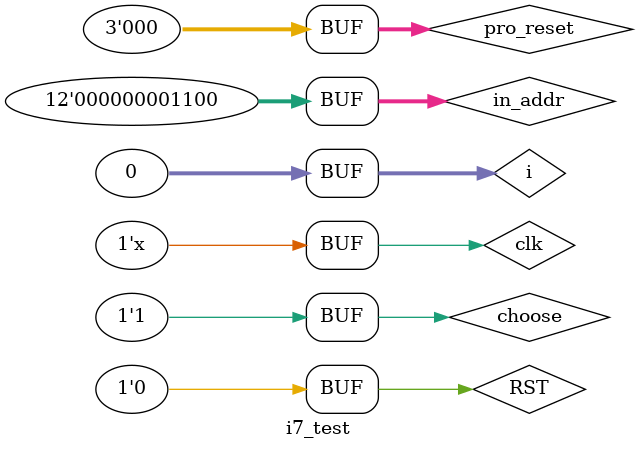
<source format=v>
module i7_test();
	reg clk,RST;
	reg [2:0]pro_reset;
	reg [11:0]in_addr;
    reg choose;
	wire [15:0]leds;
	wire [7:0]SEG;
    wire [7:0]AN;
    wire halt;
    integer i = 0;
    initial begin
    	clk = 0;
    	RST = 0;
    	pro_reset = 0;
    	in_addr = 12'b0;
        #5 in_addr = 12'h4;
        #10 in_addr = 12'h8;
        #15 in_addr = 12'hc;
        choose = 1;
        //下为iverilog+gtkwave调试所需的语句
    	$monitor("At time %t, ocnt = %d", $time, clk);
    	$dumpfile("counter_test.vcd");
		$dumpvars(0, i7test);
        //$finish;
    end
    always begin
        #1 clk = ~clk;
    end
	i7_6700k i7test(clk,RST,pro_reset,in_addr,choose,leds,SEG,AN,halt);
endmodule
</source>
